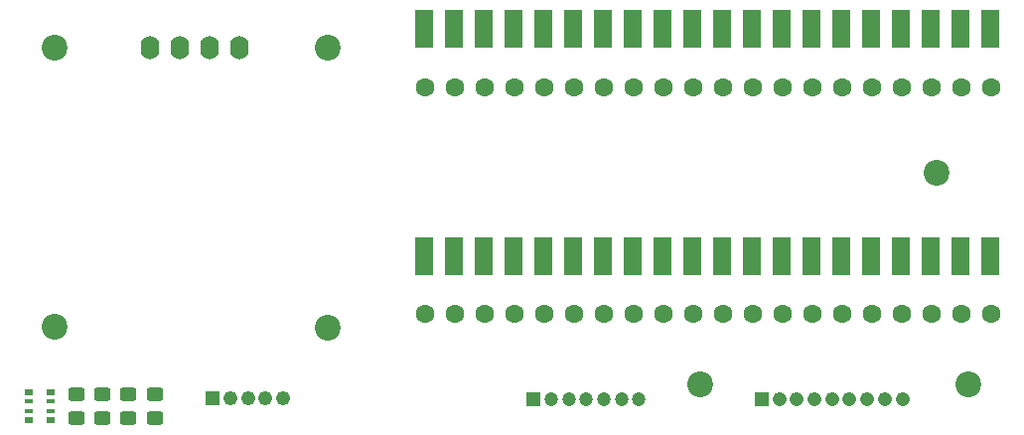
<source format=gts>
%TF.GenerationSoftware,KiCad,Pcbnew,(6.0.1)*%
%TF.CreationDate,2022-03-14T09:24:09-06:00*%
%TF.ProjectId,PicoFlasher_Breakout_Board_V1,5069636f-466c-4617-9368-65725f427265,rev?*%
%TF.SameCoordinates,Original*%
%TF.FileFunction,Soldermask,Top*%
%TF.FilePolarity,Negative*%
%FSLAX46Y46*%
G04 Gerber Fmt 4.6, Leading zero omitted, Abs format (unit mm)*
G04 Created by KiCad (PCBNEW (6.0.1)) date 2022-03-14 09:24:09*
%MOMM*%
%LPD*%
G01*
G04 APERTURE LIST*
G04 Aperture macros list*
%AMRoundRect*
0 Rectangle with rounded corners*
0 $1 Rounding radius*
0 $2 $3 $4 $5 $6 $7 $8 $9 X,Y pos of 4 corners*
0 Add a 4 corners polygon primitive as box body*
4,1,4,$2,$3,$4,$5,$6,$7,$8,$9,$2,$3,0*
0 Add four circle primitives for the rounded corners*
1,1,$1+$1,$2,$3*
1,1,$1+$1,$4,$5*
1,1,$1+$1,$6,$7*
1,1,$1+$1,$8,$9*
0 Add four rect primitives between the rounded corners*
20,1,$1+$1,$2,$3,$4,$5,0*
20,1,$1+$1,$4,$5,$6,$7,0*
20,1,$1+$1,$6,$7,$8,$9,0*
20,1,$1+$1,$8,$9,$2,$3,0*%
G04 Aperture macros list end*
%ADD10RoundRect,0.250000X-0.450000X0.325000X-0.450000X-0.325000X0.450000X-0.325000X0.450000X0.325000X0*%
%ADD11C,2.200000*%
%ADD12R,1.200000X1.200000*%
%ADD13C,1.200000*%
%ADD14R,1.600000X3.200000*%
%ADD15R,0.800000X0.500000*%
%ADD16R,0.800000X0.400000*%
%ADD17R,1.208000X1.208000*%
%ADD18C,1.208000*%
%ADD19O,1.600000X2.000000*%
%ADD20R,1.238000X1.238000*%
%ADD21C,1.238000*%
%ADD22C,1.600000*%
G04 APERTURE END LIST*
D10*
%TO.C,D3*%
X98750000Y-97700000D03*
X98750000Y-99750000D03*
%TD*%
D11*
%TO.C,REF\u002A\u002A*%
X92533500Y-92000000D03*
%TD*%
D10*
%TO.C,D2*%
X96550000Y-97700000D03*
X96550000Y-99750000D03*
%TD*%
D11*
%TO.C,REF\u002A\u002A*%
X115783500Y-92025000D03*
%TD*%
%TO.C,REF\u002A\u002A*%
X147525000Y-96900000D03*
%TD*%
%TO.C,REF\u002A\u002A*%
X92533500Y-68175000D03*
%TD*%
D12*
%TO.C,J2*%
X133350000Y-98150000D03*
D13*
X134850000Y-98150000D03*
X136350000Y-98150000D03*
X137850000Y-98150000D03*
X139350000Y-98150000D03*
X140850000Y-98150000D03*
X142350000Y-98150000D03*
%TD*%
D14*
%TO.C,U1e*%
X172280000Y-66560000D03*
X169740000Y-66560000D03*
X167200000Y-66560000D03*
X164660000Y-66560000D03*
X162120000Y-66560000D03*
X159580000Y-66560000D03*
X157040000Y-66560000D03*
X154500000Y-66560000D03*
X151960000Y-66560000D03*
X149420000Y-66560000D03*
X146880000Y-66560000D03*
X144340000Y-66560000D03*
X141800000Y-66560000D03*
X139260000Y-66560000D03*
X136720000Y-66560000D03*
X134180000Y-66560000D03*
X131640000Y-66560000D03*
X129100000Y-66560000D03*
X126560000Y-66560000D03*
X124020000Y-66560000D03*
X124020000Y-85940000D03*
X126560000Y-85940000D03*
X129100000Y-85940000D03*
X131640000Y-85940000D03*
X134180000Y-85940000D03*
X136720000Y-85940000D03*
X139260000Y-85940000D03*
X141800000Y-85940000D03*
X144340000Y-85940000D03*
X146880000Y-85940000D03*
X149420000Y-85940000D03*
X151960000Y-85940000D03*
X154500000Y-85940000D03*
X157040000Y-85940000D03*
X159580000Y-85940000D03*
X162120000Y-85940000D03*
X164660000Y-85940000D03*
X167200000Y-85940000D03*
X169740000Y-85940000D03*
X172280000Y-85940000D03*
%TD*%
D15*
%TO.C,RN1*%
X92150000Y-99950000D03*
D16*
X92150000Y-99150000D03*
X92150000Y-98350000D03*
D15*
X92150000Y-97550000D03*
X90350000Y-97550000D03*
D16*
X90350000Y-98350000D03*
X90350000Y-99150000D03*
D15*
X90350000Y-99950000D03*
%TD*%
D10*
%TO.C,D4*%
X101050000Y-97700000D03*
X101050000Y-99750000D03*
%TD*%
D11*
%TO.C,REF\u002A\u002A*%
X167725000Y-78850000D03*
%TD*%
%TO.C,REF\u002A\u002A*%
X170400000Y-96925000D03*
%TD*%
D17*
%TO.C,J1*%
X152800000Y-98143250D03*
D18*
X154300000Y-98143250D03*
X155800000Y-98143250D03*
X157300000Y-98143250D03*
X158800000Y-98143250D03*
X160300000Y-98143250D03*
X161800000Y-98143250D03*
X163300000Y-98143250D03*
X164800000Y-98143250D03*
%TD*%
D19*
%TO.C,U2*%
X100630000Y-68150000D03*
X103170000Y-68150000D03*
X105710000Y-68150000D03*
X108250000Y-68150000D03*
%TD*%
D11*
%TO.C,REF\u002A\u002A*%
X115783500Y-68200000D03*
%TD*%
D20*
%TO.C,J3*%
X106000000Y-98091500D03*
D21*
X107500000Y-98091500D03*
X109000000Y-98091500D03*
X110500000Y-98091500D03*
X112000000Y-98091500D03*
%TD*%
D10*
%TO.C,D1*%
X94375000Y-97700000D03*
X94375000Y-99750000D03*
%TD*%
D22*
%TO.C,U1*%
X172332000Y-71540000D03*
X169792000Y-71540000D03*
X167252000Y-71540000D03*
X164712000Y-71540000D03*
X162172000Y-71540000D03*
X159632000Y-71540000D03*
X157092000Y-71540000D03*
X154552000Y-71540000D03*
X152012000Y-71540000D03*
X149472000Y-71540000D03*
X146932000Y-71540000D03*
X144392000Y-71540000D03*
X141852000Y-71540000D03*
X139312000Y-71540000D03*
X136772000Y-71540000D03*
X134232000Y-71540000D03*
X131692000Y-71540000D03*
X129152000Y-71540000D03*
X126612000Y-71540000D03*
X124072000Y-71540000D03*
X124072000Y-90920000D03*
X126612000Y-90920000D03*
X129152000Y-90920000D03*
X131692000Y-90920000D03*
X134232000Y-90920000D03*
X136772000Y-90920000D03*
X139312000Y-90920000D03*
X141852000Y-90920000D03*
X144392000Y-90920000D03*
X146932000Y-90920000D03*
X149472000Y-90920000D03*
X152012000Y-90920000D03*
X154552000Y-90920000D03*
X157092000Y-90920000D03*
X159632000Y-90920000D03*
X162172000Y-90920000D03*
X164712000Y-90920000D03*
X167252000Y-90920000D03*
X169792000Y-90920000D03*
X172332000Y-90920000D03*
%TD*%
M02*

</source>
